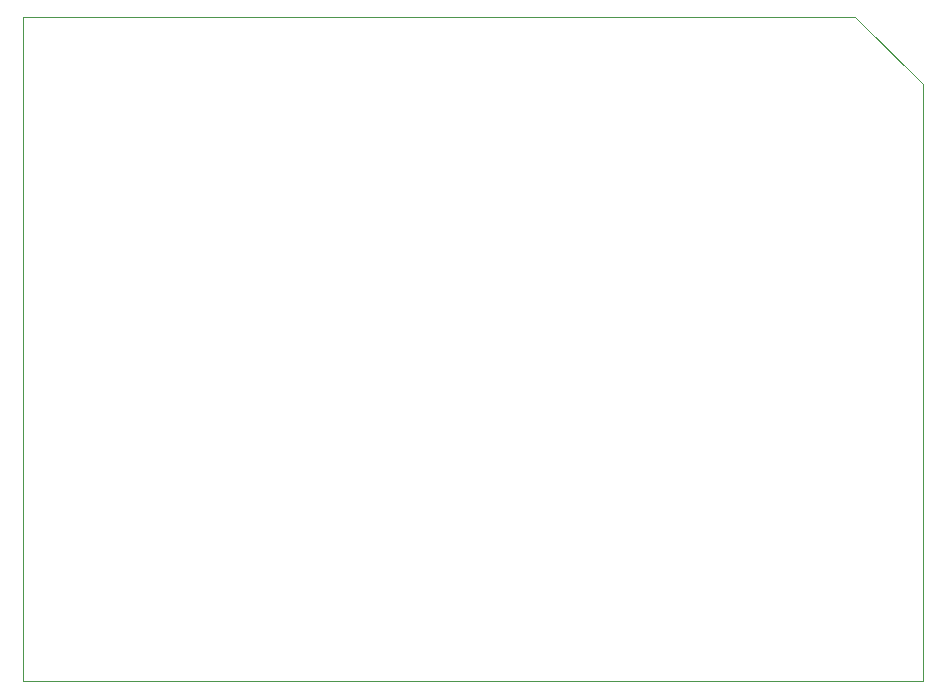
<source format=gm1>
G04 #@! TF.GenerationSoftware,KiCad,Pcbnew,7.0.9*
G04 #@! TF.CreationDate,2024-02-03T12:04:45+01:00*
G04 #@! TF.ProjectId,FishIoT,46697368-496f-4542-9e6b-696361645f70,rev?*
G04 #@! TF.SameCoordinates,Original*
G04 #@! TF.FileFunction,Profile,NP*
%FSLAX46Y46*%
G04 Gerber Fmt 4.6, Leading zero omitted, Abs format (unit mm)*
G04 Created by KiCad (PCBNEW 7.0.9) date 2024-02-03 12:04:45*
%MOMM*%
%LPD*%
G01*
G04 APERTURE LIST*
G04 #@! TA.AperFunction,Profile*
%ADD10C,0.100000*%
G04 #@! TD*
G04 APERTURE END LIST*
D10*
X240538000Y-61976000D02*
X240538000Y-112471200D01*
X164338000Y-112471200D01*
X164338000Y-56235600D01*
X234797600Y-56235600D01*
X240538000Y-61976000D01*
M02*

</source>
